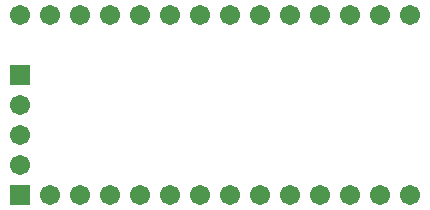
<source format=gbs>
G04*
G04 #@! TF.GenerationSoftware,Altium Limited,CircuitStudio,1.5.1 (13)*
G04*
G04 Layer_Color=8150272*
%FSLAX25Y25*%
%MOIN*%
G70*
G01*
G75*
%ADD38C,0.06706*%
%ADD39R,0.06706X0.06706*%
%ADD40R,0.06706X0.06706*%
D38*
X200000Y250000D02*
D03*
Y260000D02*
D03*
Y270000D02*
D03*
X210000Y240000D02*
D03*
X220000D02*
D03*
X230000D02*
D03*
X240000D02*
D03*
X250000D02*
D03*
X260000D02*
D03*
X270000D02*
D03*
X280000D02*
D03*
X290000D02*
D03*
X300000D02*
D03*
X310000D02*
D03*
X320000D02*
D03*
X330000D02*
D03*
Y300000D02*
D03*
X320000D02*
D03*
X310000D02*
D03*
X300000D02*
D03*
X290000D02*
D03*
X280000D02*
D03*
X270000D02*
D03*
X260000D02*
D03*
X250000D02*
D03*
X240000D02*
D03*
X230000D02*
D03*
X220000D02*
D03*
X210000D02*
D03*
X200000D02*
D03*
D39*
Y280000D02*
D03*
D40*
Y240000D02*
D03*
M02*

</source>
